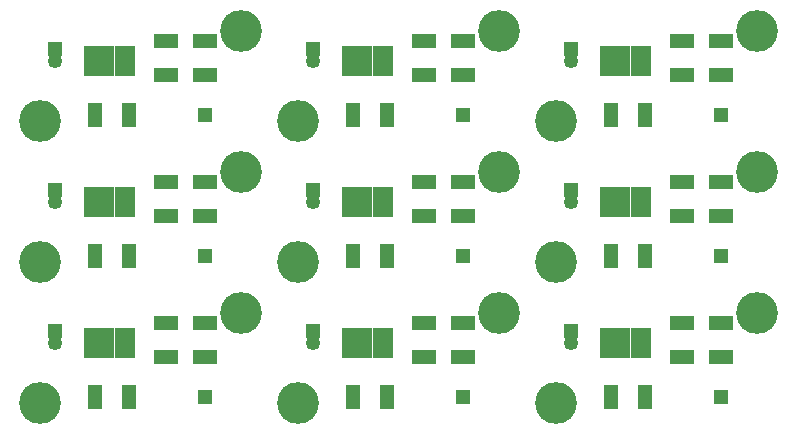
<source format=gbr>
G04 #@! TF.FileFunction,Soldermask,Top*
%FSLAX46Y46*%
G04 Gerber Fmt 4.6, Leading zero omitted, Abs format (unit mm)*
G04 Created by KiCad (PCBNEW 4.0.7) date 09/28/17 16:14:06*
%MOMM*%
%LPD*%
G01*
G04 APERTURE LIST*
%ADD10C,0.100000*%
%ADD11R,2.600000X2.500000*%
%ADD12R,1.700000X2.500000*%
%ADD13R,2.100000X1.300000*%
%ADD14R,1.300000X2.100000*%
%ADD15R,1.250000X1.250000*%
%ADD16O,1.250000X1.250000*%
%ADD17C,3.540000*%
G04 APERTURE END LIST*
D10*
D11*
X186068000Y-129794000D03*
D12*
X188328000Y-129794000D03*
D13*
X195072000Y-128090000D03*
X195072000Y-130990000D03*
D14*
X188648000Y-134366000D03*
X185748000Y-134366000D03*
D13*
X191770000Y-130990000D03*
X191770000Y-128090000D03*
D15*
X182372000Y-128778000D03*
D16*
X182372000Y-129778000D03*
D15*
X195072000Y-134366000D03*
D17*
X181102000Y-134874000D03*
X198120000Y-127254000D03*
X198120000Y-115316000D03*
X181102000Y-122936000D03*
D15*
X195072000Y-122428000D03*
X182372000Y-116840000D03*
D16*
X182372000Y-117840000D03*
D13*
X191770000Y-119052000D03*
X191770000Y-116152000D03*
D14*
X188648000Y-122428000D03*
X185748000Y-122428000D03*
D13*
X195072000Y-116152000D03*
X195072000Y-119052000D03*
D11*
X186068000Y-117856000D03*
D12*
X188328000Y-117856000D03*
D11*
X186068000Y-105918000D03*
D12*
X188328000Y-105918000D03*
D13*
X195072000Y-104214000D03*
X195072000Y-107114000D03*
D14*
X188648000Y-110490000D03*
X185748000Y-110490000D03*
D13*
X191770000Y-107114000D03*
X191770000Y-104214000D03*
D15*
X182372000Y-104902000D03*
D16*
X182372000Y-105902000D03*
D15*
X195072000Y-110490000D03*
D17*
X181102000Y-110998000D03*
X198120000Y-103378000D03*
X176276000Y-103378000D03*
X159258000Y-110998000D03*
D15*
X173228000Y-110490000D03*
X160528000Y-104902000D03*
D16*
X160528000Y-105902000D03*
D13*
X169926000Y-107114000D03*
X169926000Y-104214000D03*
D14*
X166804000Y-110490000D03*
X163904000Y-110490000D03*
D13*
X173228000Y-104214000D03*
X173228000Y-107114000D03*
D11*
X164224000Y-105918000D03*
D12*
X166484000Y-105918000D03*
D11*
X164224000Y-117856000D03*
D12*
X166484000Y-117856000D03*
D13*
X173228000Y-116152000D03*
X173228000Y-119052000D03*
D14*
X166804000Y-122428000D03*
X163904000Y-122428000D03*
D13*
X169926000Y-119052000D03*
X169926000Y-116152000D03*
D15*
X160528000Y-116840000D03*
D16*
X160528000Y-117840000D03*
D15*
X173228000Y-122428000D03*
D17*
X159258000Y-122936000D03*
X176276000Y-115316000D03*
X176276000Y-127254000D03*
X159258000Y-134874000D03*
D15*
X173228000Y-134366000D03*
X160528000Y-128778000D03*
D16*
X160528000Y-129778000D03*
D13*
X169926000Y-130990000D03*
X169926000Y-128090000D03*
D14*
X166804000Y-134366000D03*
X163904000Y-134366000D03*
D13*
X173228000Y-128090000D03*
X173228000Y-130990000D03*
D11*
X164224000Y-129794000D03*
D12*
X166484000Y-129794000D03*
D11*
X142380000Y-129794000D03*
D12*
X144640000Y-129794000D03*
D13*
X151384000Y-128090000D03*
X151384000Y-130990000D03*
D14*
X144960000Y-134366000D03*
X142060000Y-134366000D03*
D13*
X148082000Y-130990000D03*
X148082000Y-128090000D03*
D15*
X138684000Y-128778000D03*
D16*
X138684000Y-129778000D03*
D15*
X151384000Y-134366000D03*
D17*
X137414000Y-134874000D03*
X154432000Y-127254000D03*
X154432000Y-115316000D03*
X137414000Y-122936000D03*
D15*
X151384000Y-122428000D03*
X138684000Y-116840000D03*
D16*
X138684000Y-117840000D03*
D13*
X148082000Y-119052000D03*
X148082000Y-116152000D03*
D14*
X144960000Y-122428000D03*
X142060000Y-122428000D03*
D13*
X151384000Y-116152000D03*
X151384000Y-119052000D03*
D11*
X142380000Y-117856000D03*
D12*
X144640000Y-117856000D03*
D11*
X142380000Y-105918000D03*
D12*
X144640000Y-105918000D03*
D13*
X151384000Y-104214000D03*
X151384000Y-107114000D03*
D14*
X144960000Y-110490000D03*
X142060000Y-110490000D03*
D13*
X148082000Y-107114000D03*
X148082000Y-104214000D03*
D15*
X138684000Y-104902000D03*
D16*
X138684000Y-105902000D03*
D15*
X151384000Y-110490000D03*
D17*
X137414000Y-110998000D03*
X154432000Y-103378000D03*
M02*

</source>
